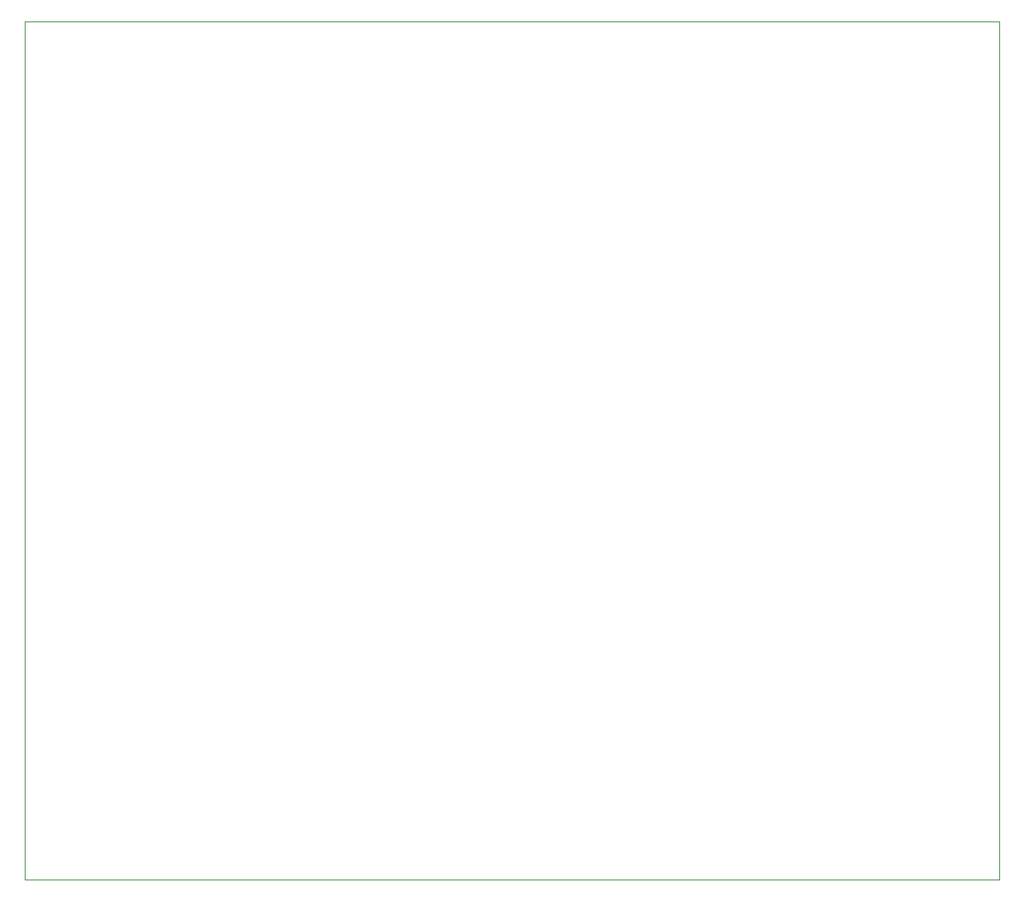
<source format=gbr>
G04 #@! TF.GenerationSoftware,KiCad,Pcbnew,(5.1.2-1)-1*
G04 #@! TF.CreationDate,2019-08-05T15:02:51+03:00*
G04 #@! TF.ProjectId,Boost_Converter,426f6f73-745f-4436-9f6e-766572746572,rev?*
G04 #@! TF.SameCoordinates,Original*
G04 #@! TF.FileFunction,Profile,NP*
%FSLAX46Y46*%
G04 Gerber Fmt 4.6, Leading zero omitted, Abs format (unit mm)*
G04 Created by KiCad (PCBNEW (5.1.2-1)-1) date 2019-08-05 15:02:51*
%MOMM*%
%LPD*%
G04 APERTURE LIST*
%ADD10C,0.050000*%
G04 APERTURE END LIST*
D10*
X28000000Y-119000000D02*
X28000000Y-81000000D01*
X128000000Y-119000000D02*
X28000000Y-119000000D01*
X128000000Y-31000000D02*
X128000000Y-119000000D01*
X28000000Y-31000000D02*
X128000000Y-31000000D01*
X28000000Y-81000000D02*
X28000000Y-31000000D01*
M02*

</source>
